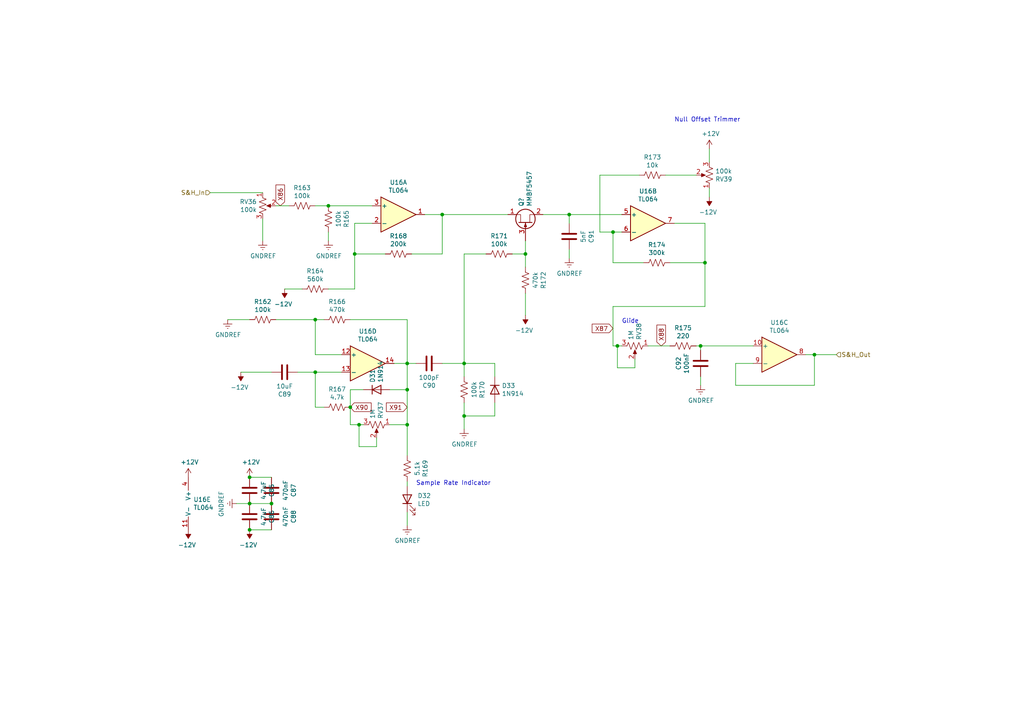
<source format=kicad_sch>
(kicad_sch (version 20230121) (generator eeschema)
  (paper "A4")
  (lib_symbols
    (symbol "Amplifier_Operational:TL064" (pin_names (offset 0.127))
      (property "Reference" "U" (at 0 5.08 0))
      (property "Value" "TL064" (at 0 -5.08 0))
      (symbol "TL064_1_1"
        (polyline (pts (xy -5.08 5.08) (xy 5.08 0) (xy -5.08 -5.08) (xy -5.08 5.08)) (stroke (width 0.254)) (fill (type background)))
        (pin output line (at 7.62 0 180) (length 2.54) (name "~") (number "1"))
        (pin input line (at -7.62 -2.54 0) (length 2.54) (name "-") (number "2"))
        (pin input line (at -7.62 2.54 0) (length 2.54) (name "+") (number "3"))
      )
      (symbol "TL064_2_1"
        (polyline (pts (xy -5.08 5.08) (xy 5.08 0) (xy -5.08 -5.08) (xy -5.08 5.08)) (stroke (width 0.254)) (fill (type background)))
        (pin input line (at -7.62 2.54 0) (length 2.54) (name "+") (number "5"))
        (pin input line (at -7.62 -2.54 0) (length 2.54) (name "-") (number "6"))
        (pin output line (at 7.62 0 180) (length 2.54) (name "~") (number "7"))
      )
      (symbol "TL064_3_1"
        (polyline (pts (xy -5.08 5.08) (xy 5.08 0) (xy -5.08 -5.08) (xy -5.08 5.08)) (stroke (width 0.254)) (fill (type background)))
        (pin input line (at -7.62 2.54 0) (length 2.54) (name "+") (number "10"))
        (pin output line (at 7.62 0 180) (length 2.54) (name "~") (number "8"))
        (pin input line (at -7.62 -2.54 0) (length 2.54) (name "-") (number "9"))
      )
      (symbol "TL064_4_1"
        (polyline (pts (xy -5.08 5.08) (xy 5.08 0) (xy -5.08 -5.08) (xy -5.08 5.08)) (stroke (width 0.254)) (fill (type background)))
        (pin input line (at -7.62 2.54 0) (length 2.54) (name "+") (number "12"))
        (pin input line (at -7.62 -2.54 0) (length 2.54) (name "-") (number "13"))
        (pin output line (at 7.62 0 180) (length 2.54) (name "~") (number "14"))
      )
      (symbol "TL064_5_1"
        (pin power_in line (at -2.54 -7.62 90) (length 3.81) (name "V-") (number "11"))
        (pin power_in line (at -2.54 7.62 270) (length 3.81) (name "V+") (number "4"))
      )
    )
    (symbol "Device:C" (pin_numbers hide) (pin_names (offset 0.254))
      (property "Reference" "C" (at 0.635 2.54 0))
      (property "Value" "C" (at 0.635 -2.54 0))
      (symbol "C_0_1"
        (polyline (pts (xy -2.032 -0.762) (xy 2.032 -0.762)) (stroke (width 0.508)))
        (polyline (pts (xy -2.032 0.762) (xy 2.032 0.762)) (stroke (width 0.508)))
      )
      (symbol "C_1_1"
        (pin passive line (at 0 3.81 270) (length 2.794) (name "~") (number "1"))
        (pin passive line (at 0 -3.81 90) (length 2.794) (name "~") (number "2"))
      )
    )
    (symbol "Device:LED" (pin_numbers hide) (pin_names (offset 1.016) hide)
      (property "Reference" "D" (at 0 2.54 0))
      (property "Value" "LED" (at 0 -2.54 0))
      (symbol "LED_0_1"
        (polyline (pts (xy -1.27 -1.27) (xy -1.27 1.27)) (stroke (width 0.254)))
        (polyline (pts (xy -1.27 0) (xy 1.27 0)))
        (polyline (pts (xy 1.27 -1.27) (xy 1.27 1.27) (xy -1.27 0) (xy 1.27 -1.27)) (stroke (width 0.254)))
        (polyline (pts (xy -3.048 -0.762) (xy -4.572 -2.286) (xy -3.81 -2.286) (xy -4.572 -2.286) (xy -4.572 -1.524)))
        (polyline (pts (xy -1.778 -0.762) (xy -3.302 -2.286) (xy -2.54 -2.286) (xy -3.302 -2.286) (xy -3.302 -1.524)))
      )
      (symbol "LED_1_1"
        (pin passive line (at -3.81 0 0) (length 2.54) (name "K") (number "1"))
        (pin passive line (at 3.81 0 180) (length 2.54) (name "A") (number "2"))
      )
    )
    (symbol "Device:Q_NJFET_DSG" (pin_names (offset 0) hide)
      (property "Reference" "Q" (at 5.08 1.27 0))
      (property "Value" "Q_NJFET_DSG" (at 5.08 -1.27 0))
      (symbol "Q_NJFET_DSG_0_1"
        (polyline (pts (xy 0.254 1.905) (xy 0.254 -1.905) (xy 0.254 -1.905)) (stroke (width 0.254)))
        (polyline (pts (xy 2.54 -2.54) (xy 2.54 -1.27) (xy 0.254 -1.27)))
        (polyline (pts (xy 2.54 2.54) (xy 2.54 1.397) (xy 0.254 1.397)))
        (polyline (pts (xy 0 0) (xy -1.016 0.381) (xy -1.016 -0.381) (xy 0 0)) (fill (type outline)))
        (circle (center 1.27 0) (radius 2.8194) (stroke (width 0.254)))
      )
      (symbol "Q_NJFET_DSG_1_1"
        (pin passive line (at 2.54 5.08 270) (length 2.54) (name "D") (number "1"))
        (pin passive line (at 2.54 -5.08 90) (length 2.54) (name "S") (number "2"))
        (pin input line (at -5.08 0 0) (length 5.334) (name "G") (number "3"))
      )
    )
    (symbol "Device:R_US" (pin_numbers hide) (pin_names (offset 0))
      (property "Reference" "R" (at 2.54 0 90))
      (property "Value" "R_US" (at -2.54 0 90))
      (symbol "R_US_0_1"
        (polyline (pts (xy 0 -2.286) (xy 0 -2.54)))
        (polyline (pts (xy 0 2.286) (xy 0 2.54)))
        (polyline (pts (xy 0 -0.762) (xy 1.016 -1.143) (xy 0 -1.524) (xy -1.016 -1.905) (xy 0 -2.286)))
        (polyline (pts (xy 0 0.762) (xy 1.016 0.381) (xy 0 0) (xy -1.016 -0.381) (xy 0 -0.762)))
        (polyline (pts (xy 0 2.286) (xy 1.016 1.905) (xy 0 1.524) (xy -1.016 1.143) (xy 0 0.762)))
      )
      (symbol "R_US_1_1"
        (pin passive line (at 0 3.81 270) (length 1.27) (name "~") (number "1"))
        (pin passive line (at 0 -3.81 90) (length 1.27) (name "~") (number "2"))
      )
    )
    (symbol "Diode:1N914" (pin_numbers hide) (pin_names hide)
      (property "Reference" "D" (at 0 2.54 0))
      (property "Value" "1N914" (at 0 -2.54 0))
      (symbol "1N914_0_1"
        (polyline (pts (xy -1.27 1.27) (xy -1.27 -1.27)) (stroke (width 0.254)))
        (polyline (pts (xy 1.27 0) (xy -1.27 0)))
        (polyline (pts (xy 1.27 1.27) (xy 1.27 -1.27) (xy -1.27 0) (xy 1.27 1.27)) (stroke (width 0.254)))
      )
      (symbol "1N914_1_1"
        (pin passive line (at -3.81 0 0) (length 2.54) (name "K") (number "1"))
        (pin passive line (at 3.81 0 180) (length 2.54) (name "A") (number "2"))
      )
    )
    (symbol "SynthProj-rescue:R_POT_US-Device" (pin_names (offset 1.016) hide)
      (property "Reference" "RV" (at -4.445 0 90))
      (property "Value" "Device_R_POT_US" (at -2.54 0 90))
      (symbol "R_POT_US-Device_0_1"
        (polyline (pts (xy 0 -2.286) (xy 0 -2.54)))
        (polyline (pts (xy 0 2.54) (xy 0 2.286)))
        (polyline (pts (xy 2.54 0) (xy 1.524 0)))
        (polyline (pts (xy 1.143 0) (xy 2.286 0.508) (xy 2.286 -0.508) (xy 1.143 0)) (fill (type outline)))
        (polyline (pts (xy 0 -0.762) (xy 1.016 -1.143) (xy 0 -1.524) (xy -1.016 -1.905) (xy 0 -2.286)))
        (polyline (pts (xy 0 0.762) (xy 1.016 0.381) (xy 0 0) (xy -1.016 -0.381) (xy 0 -0.762)))
        (polyline (pts (xy 0 2.286) (xy 1.016 1.905) (xy 0 1.524) (xy -1.016 1.143) (xy 0 0.762)))
      )
      (symbol "R_POT_US-Device_1_1"
        (pin passive line (at 0 3.81 270) (length 1.27) (name "1") (number "1"))
        (pin passive line (at 3.81 0 180) (length 1.27) (name "2") (number "2"))
        (pin passive line (at 0 -3.81 90) (length 1.27) (name "3") (number "3"))
      )
    )
    (symbol "power:+12V" (power) (pin_names (offset 0))
      (property "Value" "+12V" (at 0 3.556 0))
      (symbol "+12V_0_1"
        (polyline (pts (xy -0.762 1.27) (xy 0 2.54)))
        (polyline (pts (xy 0 0) (xy 0 2.54)))
        (polyline (pts (xy 0 2.54) (xy 0.762 1.27)))
      )
      (symbol "+12V_1_1"
        (pin power_in line (at 0 0 90) (length 0) hide (name "+12V") (number "1"))
      )
    )
    (symbol "power:-12V" (power) (pin_names (offset 0))
      (property "Value" "-12V" (at 0 3.81 0))
      (symbol "-12V_0_0"
        (pin power_in line (at 0 0 90) (length 0) hide (name "-12V") (number "1"))
      )
      (symbol "-12V_0_1"
        (polyline (pts (xy 0 0) (xy 0 1.27) (xy 0.762 1.27) (xy 0 2.54) (xy -0.762 1.27) (xy 0 1.27)) (fill (type outline)))
      )
    )
    (symbol "power:GNDREF" (power) (pin_names (offset 0))
      (property "Value" "GNDREF" (at 0 -3.81 0))
      (symbol "GNDREF_0_1"
        (polyline (pts (xy -0.635 -1.905) (xy 0.635 -1.905)))
        (polyline (pts (xy -0.127 -2.54) (xy 0.127 -2.54)))
        (polyline (pts (xy 0 -1.27) (xy 0 0)))
        (polyline (pts (xy 1.27 -1.27) (xy -1.27 -1.27)))
      )
      (symbol "GNDREF_1_1"
        (pin power_in line (at 0 0 270) (length 0) hide (name "GNDREF") (number "1"))
      )
    )
  )
  (junction (at 91.44 92.71))
  (junction (at 134.62 120.65))
  (junction (at 165.1 62.23))
  (junction (at 72.39 153.67))
  (junction (at 179.07 100.33))
  (junction (at 102.87 73.66))
  (junction (at 203.2 100.33))
  (junction (at 72.39 138.43))
  (junction (at 236.22 102.87))
  (junction (at 78.74 146.05))
  (junction (at 118.11 113.03))
  (junction (at 152.4 73.66))
  (junction (at 118.11 123.19))
  (junction (at 72.39 146.05))
  (junction (at 128.27 62.23))
  (junction (at 177.8 67.31))
  (junction (at 91.44 107.95))
  (junction (at 101.6 118.11))
  (junction (at 204.47 76.2))
  (junction (at 104.14 123.19))
  (junction (at 95.25 59.69))
  (junction (at 118.11 105.41))
  (junction (at 134.62 105.41))
  (wire (pts (xy 104.14 129.54) (xy 104.14 123.19)))
  (wire (pts (xy 82.55 83.82) (xy 87.63 83.82)))
  (wire (pts (xy 134.62 120.65) (xy 134.62 116.84)))
  (wire (pts (xy 242.57 102.87) (xy 236.22 102.87)))
  (wire (pts (xy 194.31 76.2) (xy 204.47 76.2)))
  (wire (pts (xy 184.15 104.14) (xy 184.15 106.68)))
  (wire (pts (xy 143.51 120.65) (xy 134.62 120.65)))
  (wire (pts (xy 152.4 77.47) (xy 152.4 73.66)))
  (wire (pts (xy 102.87 64.77) (xy 107.95 64.77)))
  (wire (pts (xy 109.22 129.54) (xy 104.14 129.54)))
  (wire (pts (xy 76.2 69.85) (xy 76.2 63.5)))
  (wire (pts (xy 205.74 43.18) (xy 205.74 46.99)))
  (wire (pts (xy 179.07 106.68) (xy 179.07 100.33)))
  (wire (pts (xy 177.8 100.33) (xy 179.07 100.33)))
  (wire (pts (xy 95.25 69.85) (xy 95.25 67.31)))
  (wire (pts (xy 140.97 73.66) (xy 134.62 73.66)))
  (wire (pts (xy 102.87 73.66) (xy 102.87 64.77)))
  (wire (pts (xy 236.22 102.87) (xy 233.68 102.87)))
  (wire (pts (xy 213.36 111.76) (xy 236.22 111.76)))
  (wire (pts (xy 187.96 100.33) (xy 194.31 100.33)))
  (wire (pts (xy 119.38 73.66) (xy 128.27 73.66)))
  (wire (pts (xy 165.1 74.93) (xy 165.1 72.39)))
  (wire (pts (xy 203.2 100.33) (xy 218.44 100.33)))
  (wire (pts (xy 203.2 111.76) (xy 203.2 109.22)))
  (wire (pts (xy 204.47 76.2) (xy 204.47 64.77)))
  (wire (pts (xy 201.93 100.33) (xy 203.2 100.33)))
  (wire (pts (xy 91.44 59.69) (xy 95.25 59.69)))
  (wire (pts (xy 143.51 109.22) (xy 143.51 105.41)))
  (wire (pts (xy 134.62 73.66) (xy 134.62 105.41)))
  (wire (pts (xy 80.01 92.71) (xy 91.44 92.71)))
  (wire (pts (xy 72.39 153.67) (xy 78.74 153.67)))
  (wire (pts (xy 95.25 83.82) (xy 102.87 83.82)))
  (wire (pts (xy 66.04 92.71) (xy 72.39 92.71)))
  (wire (pts (xy 165.1 64.77) (xy 165.1 62.23)))
  (wire (pts (xy 165.1 62.23) (xy 180.34 62.23)))
  (wire (pts (xy 118.11 105.41) (xy 120.65 105.41)))
  (wire (pts (xy 173.99 67.31) (xy 173.99 50.8)))
  (wire (pts (xy 204.47 76.2) (xy 204.47 88.9)))
  (wire (pts (xy 204.47 88.9) (xy 177.8 88.9)))
  (wire (pts (xy 134.62 124.46) (xy 134.62 120.65)))
  (wire (pts (xy 152.4 91.44) (xy 152.4 85.09)))
  (wire (pts (xy 177.8 88.9) (xy 177.8 100.33)))
  (wire (pts (xy 179.07 100.33) (xy 180.34 100.33)))
  (wire (pts (xy 86.36 107.95) (xy 91.44 107.95)))
  (wire (pts (xy 203.2 101.6) (xy 203.2 100.33)))
  (wire (pts (xy 118.11 113.03) (xy 118.11 123.19)))
  (wire (pts (xy 93.98 118.11) (xy 91.44 118.11)))
  (wire (pts (xy 118.11 113.03) (xy 113.03 113.03)))
  (wire (pts (xy 205.74 57.15) (xy 205.74 54.61)))
  (wire (pts (xy 134.62 109.22) (xy 134.62 105.41)))
  (wire (pts (xy 177.8 76.2) (xy 177.8 67.31)))
  (wire (pts (xy 118.11 92.71) (xy 118.11 105.41)))
  (wire (pts (xy 148.59 73.66) (xy 152.4 73.66)))
  (wire (pts (xy 143.51 105.41) (xy 134.62 105.41)))
  (wire (pts (xy 213.36 105.41) (xy 213.36 111.76)))
  (wire (pts (xy 72.39 138.43) (xy 78.74 138.43)))
  (wire (pts (xy 105.41 113.03) (xy 101.6 113.03)))
  (wire (pts (xy 118.11 113.03) (xy 118.11 105.41)))
  (wire (pts (xy 101.6 113.03) (xy 101.6 118.11)))
  (wire (pts (xy 128.27 62.23) (xy 123.19 62.23)))
  (wire (pts (xy 157.48 62.23) (xy 165.1 62.23)))
  (wire (pts (xy 173.99 50.8) (xy 185.42 50.8)))
  (wire (pts (xy 236.22 111.76) (xy 236.22 102.87)))
  (wire (pts (xy 184.15 106.68) (xy 179.07 106.68)))
  (wire (pts (xy 114.3 105.41) (xy 118.11 105.41)))
  (wire (pts (xy 118.11 152.4) (xy 118.11 148.59)))
  (wire (pts (xy 95.25 59.69) (xy 107.95 59.69)))
  (wire (pts (xy 118.11 132.08) (xy 118.11 123.19)))
  (wire (pts (xy 91.44 118.11) (xy 91.44 107.95)))
  (wire (pts (xy 72.39 146.05) (xy 78.74 146.05)))
  (wire (pts (xy 128.27 73.66) (xy 128.27 62.23)))
  (wire (pts (xy 101.6 118.11) (xy 101.6 123.19)))
  (wire (pts (xy 218.44 105.41) (xy 213.36 105.41)))
  (wire (pts (xy 91.44 107.95) (xy 99.06 107.95)))
  (wire (pts (xy 152.4 73.66) (xy 152.4 69.85)))
  (wire (pts (xy 91.44 92.71) (xy 91.44 102.87)))
  (wire (pts (xy 102.87 73.66) (xy 102.87 83.82)))
  (wire (pts (xy 201.93 50.8) (xy 193.04 50.8)))
  (wire (pts (xy 109.22 127) (xy 109.22 129.54)))
  (wire (pts (xy 143.51 120.65) (xy 143.51 116.84)))
  (wire (pts (xy 93.98 92.71) (xy 91.44 92.71)))
  (wire (pts (xy 101.6 92.71) (xy 118.11 92.71)))
  (wire (pts (xy 186.69 76.2) (xy 177.8 76.2)))
  (wire (pts (xy 91.44 102.87) (xy 99.06 102.87)))
  (wire (pts (xy 104.14 123.19) (xy 101.6 123.19)))
  (wire (pts (xy 204.47 64.77) (xy 195.58 64.77)))
  (wire (pts (xy 177.8 67.31) (xy 173.99 67.31)))
  (wire (pts (xy 80.01 59.69) (xy 83.82 59.69)))
  (wire (pts (xy 118.11 123.19) (xy 113.03 123.19)))
  (wire (pts (xy 128.27 105.41) (xy 134.62 105.41)))
  (wire (pts (xy 111.76 73.66) (xy 102.87 73.66)))
  (wire (pts (xy 118.11 140.97) (xy 118.11 139.7)))
  (wire (pts (xy 180.34 67.31) (xy 177.8 67.31)))
  (wire (pts (xy 60.96 55.88) (xy 76.2 55.88)))
  (wire (pts (xy 68.58 146.05) (xy 72.39 146.05)))
  (wire (pts (xy 128.27 62.23) (xy 147.32 62.23)))
  (wire (pts (xy 105.41 123.19) (xy 104.14 123.19)))
  (wire (pts (xy 69.85 107.95) (xy 78.74 107.95)))
  (text "Sample Rate Indicator" (at 120.65 140.97 0) (effects (font (size 1.27 1.27)) (justify left bottom)))
  (text "Glide" (at 180.34 93.98 0) (effects (font (size 1.27 1.27)) (justify left bottom)))
  (text "Null Offset Trimmer" (at 195.58 35.56 0) (effects (font (size 1.27 1.27)) (justify left bottom)))
  (global_label "X91" (shape input) (at 118.11 118.11 180) (property "Intersheetrefs" "${INTERSHEET_REFS}" (effects hide)))
  (global_label "X87" (shape input) (at 177.8 95.25 180) (property "Intersheetrefs" "${INTERSHEET_REFS}" (effects hide)))
  (global_label "X86" (shape input) (at 81.28 59.69 90) (property "Intersheetrefs" "${INTERSHEET_REFS}" (effects hide)))
  (global_label "X88" (shape input) (at 191.77 100.33 90) (property "Intersheetrefs" "${INTERSHEET_REFS}" (effects hide)))
  (global_label "X90" (shape input) (at 101.6 118.11 0) (property "Intersheetrefs" "${INTERSHEET_REFS}" (effects hide)))
  (hierarchical_label "S&H_In" (shape input) (at 60.96 55.88 180))
  (hierarchical_label "S&H_Out" (shape input) (at 242.57 102.87 0))
  (symbol (lib_id "power:+12V") (at 72.39 138.43 0) (unit 1)
    (property "Reference" "#PWR0215" (effects hide))
    (property "Value" "+12V" (at 72.771 134.0358 0))
    (instances (project "SynthProj" (path "" (reference "#PWR0215") (unit 1)) (path "" (reference "#PWR?") (unit 1))))
  )
  (symbol (lib_id "power:-12V") (at 72.39 153.67 180) (unit 1)
    (property "Reference" "#PWR0216" (effects hide))
    (property "Value" "-12V" (at 72.009 158.0642 0))
    (instances (project "SynthProj" (path "" (reference "#PWR0216") (unit 1)) (path "" (reference "#PWR?") (unit 1))))
  )
  (symbol (lib_id "power:GNDREF") (at 68.58 146.05 270) (unit 1)
    (property "Reference" "#PWR0213" (effects hide))
    (property "Value" "GNDREF" (at 64.1858 146.177 0))
    (instances (project "SynthProj" (path "" (reference "#PWR0213") (unit 1)) (path "" (reference "#PWR?") (unit 1))))
  )
  (symbol (lib_id "Device:C") (at 72.39 142.24 180) (unit 1)
    (property "Reference" "C85" (at 78.7908 142.24 90))
    (property "Value" "4.7uF" (at 76.4794 142.24 90))
    (property "Footprint" "Capacitor_SMD:C_0805_2012Metric" (effects hide))
    (instances (project "SynthProj" (path "" (reference "C85") (unit 1)) (path "" (reference "C?") (unit 1))))
  )
  (symbol (lib_id "Device:C") (at 78.74 142.24 180) (unit 1)
    (property "Reference" "C87" (at 85.1408 142.24 90))
    (property "Value" "470nF" (at 82.8294 142.24 90))
    (property "Footprint" "Capacitor_SMD:C_0805_2012Metric" (effects hide))
  )
  (symbol (lib_id "Device:C") (at 72.39 149.86 180) (unit 1)
    (property "Reference" "C86" (at 78.7908 149.86 90))
    (property "Value" "4.7uF" (at 76.4794 149.86 90))
    (property "Footprint" "Capacitor_SMD:C_0805_2012Metric" (effects hide))
  )
  (symbol (lib_id "Device:C") (at 78.74 149.86 180) (unit 1)
    (property "Reference" "C88" (at 85.1408 149.86 90))
    (property "Value" "470nF" (at 82.8294 149.86 90))
    (property "Footprint" "Capacitor_SMD:C_0805_2012Metric" (effects hide))
  )
  (symbol (lib_id "SynthProj-rescue:R_POT_US-Device") (at 76.2 59.69 0) (unit 1)
    (property "Reference" "RV36" (at 74.4982 58.5216 0) (effects (justify right)))
    (property "Value" "100k" (at 74.4982 60.833 0) (effects (justify right)))
    (property "Footprint" "Potentiometer_THT:Potentiometer_Alps_RK09K_Single_Vertical" (effects hide))
    (instances (project "SynthProj" (path "" (reference "RV36") (unit 1)) (path "" (reference "RV?") (unit 1)) (path "" (reference "RV?") (unit 1))))
  )
  (symbol (lib_id "power:GNDREF") (at 76.2 69.85 0) (unit 1)
    (property "Reference" "#PWR0217" (effects hide))
    (property "Value" "GNDREF" (at 76.327 74.2442 0))
    (instances (project "SynthProj" (path "" (reference "#PWR0217") (unit 1)) (path "" (reference "#PWR?") (unit 1))))
  )
  (symbol (lib_id "Device:R_US") (at 87.63 59.69 270) (unit 1)
    (property "Reference" "R163" (at 87.63 54.483 90))
    (property "Value" "100k" (at 87.63 56.7944 90))
    (property "Footprint" "Resistor_SMD:R_0603_1608Metric" (effects hide))
    (instances (project "SynthProj" (path "" (reference "R163") (unit 1)) (path "" (reference "R?") (unit 1))))
  )
  (symbol (lib_id "Device:R_US") (at 95.25 63.5 180) (unit 1)
    (property "Reference" "R165" (at 100.457 63.5 90))
    (property "Value" "100k" (at 98.1456 63.5 90))
    (property "Footprint" "Resistor_SMD:R_0603_1608Metric" (effects hide))
    (instances (project "SynthProj" (path "" (reference "R165") (unit 1)) (path "" (reference "R?") (unit 1))))
  )
  (symbol (lib_id "power:GNDREF") (at 95.25 69.85 0) (unit 1)
    (property "Reference" "#PWR0219" (effects hide))
    (property "Value" "GNDREF" (at 95.377 74.2442 0))
    (instances (project "SynthProj" (path "" (reference "#PWR0219") (unit 1)) (path "" (reference "#PWR?") (unit 1))))
  )
  (symbol (lib_id "Amplifier_Operational:TL064") (at 115.57 62.23 0) (unit 1)
    (property "Reference" "U16" (at 115.57 52.9082 0))
    (property "Value" "TL064" (at 115.57 55.2196 0))
    (property "Footprint" "Package_SO:SO-14_3.9x8.65mm_P1.27mm" (effects hide))
    (property "Datasheet" "http://www.ti.com/lit/ds/symlink/tl061.pdf" (effects hide))
  )
  (symbol (lib_id "Amplifier_Operational:TL064") (at 187.96 64.77 0) (unit 2)
    (property "Reference" "U16" (at 187.96 55.4482 0))
    (property "Value" "TL064" (at 187.96 57.7596 0))
    (property "Footprint" "Package_SO:SO-14_3.9x8.65mm_P1.27mm" (effects hide))
    (property "Datasheet" "http://www.ti.com/lit/ds/symlink/tl061.pdf" (effects hide))
  )
  (symbol (lib_id "Amplifier_Operational:TL064") (at 226.06 102.87 0) (unit 3)
    (property "Reference" "U16" (at 226.06 93.5482 0))
    (property "Value" "TL064" (at 226.06 95.8596 0))
    (property "Footprint" "Package_SO:SO-14_3.9x8.65mm_P1.27mm" (effects hide))
    (property "Datasheet" "http://www.ti.com/lit/ds/symlink/tl061.pdf" (effects hide))
  )
  (symbol (lib_id "Amplifier_Operational:TL064") (at 106.68 105.41 0) (unit 4)
    (property "Reference" "U16" (at 106.68 96.0882 0))
    (property "Value" "TL064" (at 106.68 98.3996 0))
    (property "Footprint" "Package_SO:SO-14_3.9x8.65mm_P1.27mm" (effects hide))
    (property "Datasheet" "http://www.ti.com/lit/ds/symlink/tl061.pdf" (effects hide))
  )
  (symbol (lib_id "Amplifier_Operational:TL064") (at 57.15 146.05 0) (unit 5)
    (property "Reference" "U16" (at 56.0832 144.8816 0) (effects (justify left)))
    (property "Value" "TL064" (at 56.0832 147.193 0) (effects (justify left)))
    (property "Footprint" "Package_SO:SO-14_3.9x8.65mm_P1.27mm" (effects hide))
    (property "Datasheet" "http://www.ti.com/lit/ds/symlink/tl061.pdf" (effects hide))
  )
  (symbol (lib_id "power:+12V") (at 54.61 138.43 0) (unit 1)
    (property "Reference" "#PWR0210" (effects hide))
    (property "Value" "+12V" (at 54.991 134.0358 0))
    (instances (project "SynthProj" (path "" (reference "#PWR0210") (unit 1)) (path "" (reference "#PWR?") (unit 1))))
  )
  (symbol (lib_id "power:-12V") (at 54.61 153.67 180) (unit 1)
    (property "Reference" "#PWR0211" (effects hide))
    (property "Value" "-12V" (at 54.229 158.0642 0))
    (instances (project "SynthProj" (path "" (reference "#PWR0211") (unit 1)) (path "" (reference "#PWR?") (unit 1))))
  )
  (symbol (lib_id "Device:R_US") (at 115.57 73.66 270) (unit 1)
    (property "Reference" "R168" (at 115.57 68.453 90))
    (property "Value" "200k" (at 115.57 70.7644 90))
    (property "Footprint" "Resistor_SMD:R_0603_1608Metric" (effects hide))
    (instances (project "SynthProj" (path "" (reference "R168") (unit 1)) (path "" (reference "R?") (unit 1))))
  )
  (symbol (lib_id "Device:R_US") (at 91.44 83.82 270) (unit 1)
    (property "Reference" "R164" (at 91.44 78.613 90))
    (property "Value" "560k" (at 91.44 80.9244 90))
    (property "Footprint" "Resistor_SMD:R_0603_1608Metric" (effects hide))
    (instances (project "SynthProj" (path "" (reference "R164") (unit 1)) (path "" (reference "R?") (unit 1))))
  )
  (symbol (lib_id "power:-12V") (at 82.55 83.82 180) (unit 1)
    (property "Reference" "#PWR0218" (effects hide))
    (property "Value" "-12V" (at 82.169 88.2142 0))
    (instances (project "SynthProj" (path "" (reference "#PWR0218") (unit 1)) (path "" (reference "#PWR?") (unit 1))))
  )
  (symbol (lib_id "Device:R_US") (at 144.78 73.66 270) (unit 1)
    (property "Reference" "R171" (at 144.78 68.453 90))
    (property "Value" "100k" (at 144.78 70.7644 90))
    (property "Footprint" "Resistor_SMD:R_0603_1608Metric" (effects hide))
    (instances (project "SynthProj" (path "" (reference "R171") (unit 1)) (path "" (reference "R?") (unit 1))))
  )
  (symbol (lib_id "Device:R_US") (at 152.4 81.28 180) (unit 1)
    (property "Reference" "R172" (at 157.607 81.28 90))
    (property "Value" "470k" (at 155.2956 81.28 90))
    (property "Footprint" "Resistor_SMD:R_0603_1608Metric" (effects hide))
    (instances (project "SynthProj" (path "" (reference "R172") (unit 1)) (path "" (reference "R?") (unit 1))))
  )
  (symbol (lib_id "power:-12V") (at 152.4 91.44 180) (unit 1)
    (property "Reference" "#PWR0222" (effects hide))
    (property "Value" "-12V" (at 152.019 95.8342 0))
    (instances (project "SynthProj" (path "" (reference "#PWR0222") (unit 1)) (path "" (reference "#PWR?") (unit 1))))
  )
  (symbol (lib_id "Device:C") (at 124.46 105.41 90) (unit 1)
    (property "Reference" "C90" (at 124.46 111.8108 90))
    (property "Value" "100pF" (at 124.46 109.4994 90))
    (property "Footprint" "Capacitor_SMD:C_0603_1608Metric" (effects hide))
    (instances (project "SynthProj" (path "" (reference "C90") (unit 1)) (path "" (reference "C?") (unit 1))))
  )
  (symbol (lib_id "Device:R_US") (at 134.62 113.03 180) (unit 1)
    (property "Reference" "R170" (at 139.827 113.03 90))
    (property "Value" "100k" (at 137.5156 113.03 90))
    (property "Footprint" "Resistor_SMD:R_0603_1608Metric" (effects hide))
    (instances (project "SynthProj" (path "" (reference "R170") (unit 1)) (path "" (reference "R?") (unit 1))))
  )
  (symbol (lib_id "power:GNDREF") (at 134.62 124.46 0) (unit 1)
    (property "Reference" "#PWR0221" (effects hide))
    (property "Value" "GNDREF" (at 134.747 128.8542 0))
    (instances (project "SynthProj" (path "" (reference "#PWR0221") (unit 1)) (path "" (reference "#PWR?") (unit 1))))
  )
  (symbol (lib_id "Diode:1N914") (at 143.51 113.03 270) (unit 1)
    (property "Reference" "D33" (at 145.542 111.8616 90) (effects (justify left)))
    (property "Value" "1N914" (at 145.542 114.173 90) (effects (justify left)))
    (property "Footprint" "Diode_SMD:D_SOD-323F" (effects hide))
    (property "Datasheet" "http://www.vishay.com/docs/85622/1n914.pdf" (effects hide))
  )
  (symbol (lib_id "Device:R_US") (at 97.79 92.71 270) (unit 1)
    (property "Reference" "R166" (at 97.79 87.503 90))
    (property "Value" "470k" (at 97.79 89.8144 90))
    (property "Footprint" "Resistor_SMD:R_0603_1608Metric" (effects hide))
    (instances (project "SynthProj" (path "" (reference "R166") (unit 1)) (path "" (reference "R?") (unit 1))))
  )
  (symbol (lib_id "Device:R_US") (at 76.2 92.71 270) (unit 1)
    (property "Reference" "R162" (at 76.2 87.503 90))
    (property "Value" "100k" (at 76.2 89.8144 90))
    (property "Footprint" "Resistor_SMD:R_0603_1608Metric" (effects hide))
    (instances (project "SynthProj" (path "" (reference "R162") (unit 1)) (path "" (reference "R?") (unit 1))))
  )
  (symbol (lib_id "power:GNDREF") (at 66.04 92.71 0) (unit 1)
    (property "Reference" "#PWR0212" (effects hide))
    (property "Value" "GNDREF" (at 66.167 97.1042 0))
    (instances (project "SynthProj" (path "" (reference "#PWR0212") (unit 1)) (path "" (reference "#PWR?") (unit 1))))
  )
  (symbol (lib_id "Device:C") (at 82.55 107.95 90) (unit 1)
    (property "Reference" "C89" (at 82.55 114.3508 90))
    (property "Value" "10uF" (at 82.55 112.0394 90))
    (property "Footprint" "Capacitor_SMD:C_0805_2012Metric" (effects hide))
    (instances (project "SynthProj" (path "" (reference "C89") (unit 1)) (path "" (reference "C?") (unit 1))))
  )
  (symbol (lib_id "power:-12V") (at 69.85 107.95 180) (unit 1)
    (property "Reference" "#PWR0214" (effects hide))
    (property "Value" "-12V" (at 69.469 112.3442 0))
    (instances (project "SynthProj" (path "" (reference "#PWR0214") (unit 1)) (path "" (reference "#PWR?") (unit 1))))
  )
  (symbol (lib_id "Device:R_US") (at 97.79 118.11 270) (unit 1)
    (property "Reference" "R167" (at 97.79 112.903 90))
    (property "Value" "4.7k" (at 97.79 115.2144 90))
    (property "Footprint" "Resistor_SMD:R_0603_1608Metric" (effects hide))
    (instances (project "SynthProj" (path "" (reference "R167") (unit 1)) (path "" (reference "R?") (unit 1))))
  )
  (symbol (lib_id "Diode:1N914") (at 109.22 113.03 0) (unit 1)
    (property "Reference" "D31" (at 108.0516 110.998 90) (effects (justify left)))
    (property "Value" "1N914" (at 110.363 110.998 90) (effects (justify left)))
    (property "Footprint" "Diode_SMD:D_SOD-323F" (effects hide))
    (property "Datasheet" "http://www.vishay.com/docs/85622/1n914.pdf" (effects hide))
  )
  (symbol (lib_id "SynthProj-rescue:R_POT_US-Device") (at 109.22 123.19 270) (unit 1)
    (property "Reference" "RV37" (at 110.3884 121.4882 0) (effects (justify right)))
    (property "Value" "1M" (at 108.077 121.4882 0) (effects (justify right)))
    (property "Footprint" "Potentiometer_THT:Potentiometer_Alps_RK09K_Single_Vertical" (effects hide))
    (instances (project "SynthProj" (path "" (reference "RV37") (unit 1)) (path "" (reference "RV?") (unit 1)) (path "" (reference "RV?") (unit 1))))
  )
  (symbol (lib_id "Device:C") (at 165.1 68.58 180) (unit 1)
    (property "Reference" "C91" (at 171.5008 68.58 90))
    (property "Value" "5nF" (at 169.1894 68.58 90))
    (property "Footprint" "Capacitor_SMD:C_0603_1608Metric" (effects hide))
    (instances (project "SynthProj" (path "" (reference "C91") (unit 1)) (path "" (reference "C?") (unit 1))))
  )
  (symbol (lib_id "power:GNDREF") (at 165.1 74.93 0) (unit 1)
    (property "Reference" "#PWR0223" (effects hide))
    (property "Value" "GNDREF" (at 165.227 79.3242 0))
    (instances (project "SynthProj" (path "" (reference "#PWR0223") (unit 1)) (path "" (reference "#PWR?") (unit 1))))
  )
  (symbol (lib_id "Device:R_US") (at 189.23 50.8 270) (unit 1)
    (property "Reference" "R173" (at 189.23 45.593 90))
    (property "Value" "10k" (at 189.23 47.9044 90))
    (property "Footprint" "Resistor_SMD:R_0603_1608Metric" (effects hide))
    (instances (project "SynthProj" (path "" (reference "R173") (unit 1)) (path "" (reference "R?") (unit 1))))
  )
  (symbol (lib_id "SynthProj-rescue:R_POT_US-Device") (at 205.74 50.8 180) (unit 1)
    (property "Reference" "RV39" (at 207.4418 51.9684 0) (effects (justify right)))
    (property "Value" "100k" (at 207.4418 49.657 0) (effects (justify right)))
    (property "Footprint" "Potentiometer_THT:Potentiometer_Alps_RK09K_Single_Vertical" (effects hide))
    (instances (project "SynthProj" (path "" (reference "RV39") (unit 1)) (path "" (reference "RV?") (unit 1)) (path "" (reference "RV?") (unit 1))))
  )
  (symbol (lib_id "power:-12V") (at 205.74 57.15 180) (unit 1)
    (property "Reference" "#PWR0226" (effects hide))
    (property "Value" "-12V" (at 205.359 61.5442 0))
    (instances (project "SynthProj" (path "" (reference "#PWR0226") (unit 1)) (path "" (reference "#PWR?") (unit 1))))
  )
  (symbol (lib_id "power:+12V") (at 205.74 43.18 0) (unit 1)
    (property "Reference" "#PWR0225" (effects hide))
    (property "Value" "+12V" (at 206.121 38.7858 0))
    (instances (project "SynthProj" (path "" (reference "#PWR0225") (unit 1)) (path "" (reference "#PWR?") (unit 1))))
  )
  (symbol (lib_id "Device:R_US") (at 190.5 76.2 270) (unit 1)
    (property "Reference" "R174" (at 190.5 70.993 90))
    (property "Value" "300k" (at 190.5 73.3044 90))
    (property "Footprint" "Resistor_SMD:R_0603_1608Metric" (effects hide))
    (instances (project "SynthProj" (path "" (reference "R174") (unit 1)) (path "" (reference "R?") (unit 1))))
  )
  (symbol (lib_id "Device:R_US") (at 198.12 100.33 270) (unit 1)
    (property "Reference" "R175" (at 198.12 95.123 90))
    (property "Value" "220" (at 198.12 97.4344 90))
    (property "Footprint" "Resistor_SMD:R_0603_1608Metric" (effects hide))
    (instances (project "SynthProj" (path "" (reference "R175") (unit 1)) (path "" (reference "R?") (unit 1))))
  )
  (symbol (lib_id "SynthProj-rescue:R_POT_US-Device") (at 184.15 100.33 270) (unit 1)
    (property "Reference" "RV38" (at 185.3184 98.6282 0) (effects (justify right)))
    (property "Value" "1M" (at 183.007 98.6282 0) (effects (justify right)))
    (property "Footprint" "Potentiometer_THT:Potentiometer_Alps_RK09K_Single_Vertical" (effects hide))
    (instances (project "SynthProj" (path "" (reference "RV38") (unit 1)) (path "" (reference "RV?") (unit 1)) (path "" (reference "RV?") (unit 1))))
  )
  (symbol (lib_id "Device:C") (at 203.2 105.41 0) (unit 1)
    (property "Reference" "C92" (at 196.7992 105.41 90))
    (property "Value" "100nF" (at 199.1106 105.41 90))
    (property "Footprint" "Capacitor_SMD:C_0603_1608Metric" (effects hide))
    (instances (project "SynthProj" (path "" (reference "C92") (unit 1)) (path "" (reference "C?") (unit 1))))
  )
  (symbol (lib_id "power:GNDREF") (at 203.2 111.76 0) (unit 1)
    (property "Reference" "#PWR0224" (effects hide))
    (property "Value" "GNDREF" (at 203.327 116.1542 0))
    (instances (project "SynthProj" (path "" (reference "#PWR0224") (unit 1)) (path "" (reference "#PWR?") (unit 1))))
  )
  (symbol (lib_id "Device:R_US") (at 118.11 135.89 180) (unit 1)
    (property "Reference" "R169" (at 123.317 135.89 90))
    (property "Value" "5.1k" (at 121.0056 135.89 90))
    (property "Footprint" "Resistor_SMD:R_0603_1608Metric" (effects hide))
    (instances (project "SynthProj" (path "" (reference "R169") (unit 1)) (path "" (reference "R?") (unit 1))))
  )
  (symbol (lib_id "Device:LED") (at 118.11 144.78 90) (unit 1)
    (property "Reference" "D32" (at 121.1072 143.7894 90) (effects (justify right)))
    (property "Value" "LED" (at 121.1072 146.1008 90) (effects (justify right)))
    (property "Footprint" "LED_SMD:LED_0805_2012Metric" (effects hide))
  )
  (symbol (lib_id "power:GNDREF") (at 118.11 152.4 0) (unit 1)
    (property "Reference" "#PWR0220" (effects hide))
    (property "Value" "GNDREF" (at 118.237 156.7942 0))
    (instances (project "SynthProj" (path "" (reference "#PWR0220") (unit 1)) (path "" (reference "#PWR?") (unit 1))))
  )
  (symbol (lib_id "Device:Q_NJFET_DSG") (at 152.4 64.77 90) (unit 1)
    (property "Reference" "Q?" (at 151.2316 59.9186 0) (effects (justify left)))
    (property "Value" "MMBF5457" (at 153.543 59.9186 0) (effects (justify left)))
    (property "Footprint" "Package_TO_SOT_SMD:SOT-23-3" (effects hide))
    (property "OGPart" "2N5457" (effects hide))
    (instances (project "SynthProj" (path "" (reference "Q?") (unit 1)) (path "" (reference "Q?") (unit 1)) (path "" (reference "Q?") (unit 1)) (path "" (reference "Q19") (unit 1))))
  )
)
</source>
